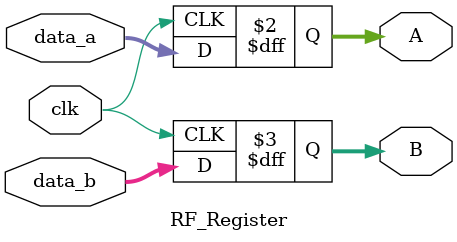
<source format=v>
module RF_Register(
    input  clk,// ab_write,
    input   [31:0] data_a, data_b,
    output reg [31:0] A, B
);
    always @(posedge clk) begin
            A<=data_a;
            B<=data_b;
        end
endmodule

</source>
